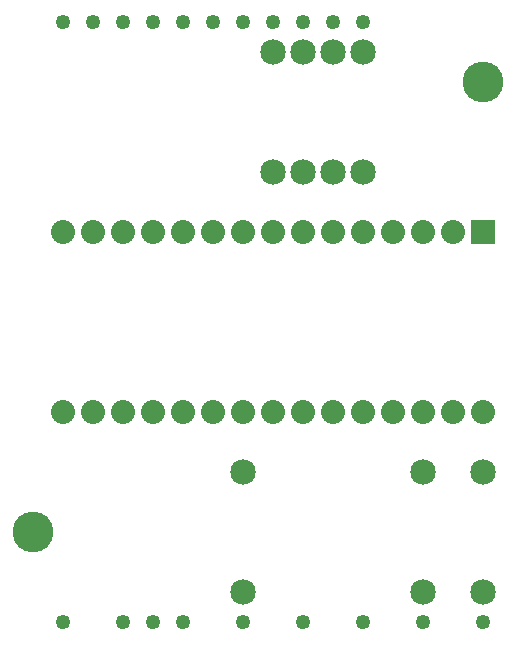
<source format=gbs>
G04 MADE WITH FRITZING*
G04 WWW.FRITZING.ORG*
G04 DOUBLE SIDED*
G04 HOLES PLATED*
G04 CONTOUR ON CENTER OF CONTOUR VECTOR*
%ASAXBY*%
%FSLAX23Y23*%
%MOIN*%
%OFA0B0*%
%SFA1.0B1.0*%
%ADD10C,0.080000*%
%ADD11C,0.085000*%
%ADD12C,0.049370*%
%ADD13C,0.135984*%
%ADD14R,0.080000X0.079972*%
%LNMASK0*%
G90*
G70*
G54D10*
X1616Y1346D03*
X1516Y1346D03*
X1416Y1346D03*
X1316Y1346D03*
X1216Y1346D03*
X1116Y1346D03*
X1016Y1346D03*
X916Y1346D03*
X816Y1346D03*
X716Y1346D03*
X616Y1346D03*
X516Y1346D03*
X416Y1346D03*
X316Y1346D03*
X216Y1346D03*
X1616Y746D03*
X1516Y746D03*
X1416Y746D03*
X1316Y746D03*
X1216Y746D03*
X1116Y746D03*
X1016Y746D03*
X916Y746D03*
X816Y746D03*
X716Y746D03*
X616Y746D03*
X516Y746D03*
X416Y746D03*
X316Y746D03*
X216Y746D03*
G54D11*
X1216Y1946D03*
X1216Y1546D03*
X1116Y1946D03*
X1116Y1546D03*
X1016Y1946D03*
X1016Y1546D03*
X916Y1946D03*
X916Y1546D03*
G54D12*
X1216Y2046D03*
X1116Y2046D03*
X1016Y2046D03*
X916Y2046D03*
X216Y46D03*
X616Y46D03*
X216Y2046D03*
X316Y2046D03*
X416Y2046D03*
X516Y2046D03*
X616Y2046D03*
X716Y2046D03*
X816Y2046D03*
X516Y46D03*
G54D11*
X816Y546D03*
X816Y146D03*
G54D12*
X416Y46D03*
X816Y46D03*
X1016Y46D03*
X1216Y46D03*
X1416Y46D03*
X1616Y46D03*
G54D11*
X1616Y546D03*
X1616Y146D03*
X1416Y546D03*
X1416Y146D03*
G54D13*
X1616Y1846D03*
X116Y346D03*
G54D14*
X1616Y1347D03*
G04 End of Mask0*
M02*
</source>
